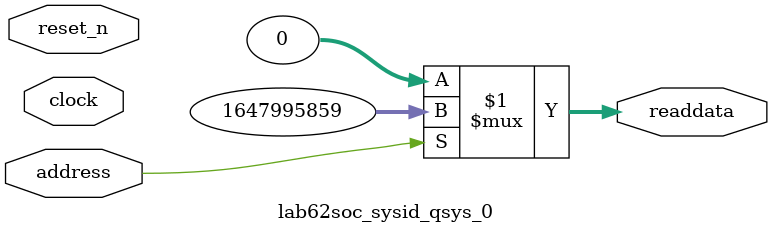
<source format=v>



// synthesis translate_off
`timescale 1ns / 1ps
// synthesis translate_on

// turn off superfluous verilog processor warnings 
// altera message_level Level1 
// altera message_off 10034 10035 10036 10037 10230 10240 10030 

module lab62soc_sysid_qsys_0 (
               // inputs:
                address,
                clock,
                reset_n,

               // outputs:
                readdata
             )
;

  output  [ 31: 0] readdata;
  input            address;
  input            clock;
  input            reset_n;

  wire    [ 31: 0] readdata;
  //control_slave, which is an e_avalon_slave
  assign readdata = address ? 1647995859 : 0;

endmodule



</source>
